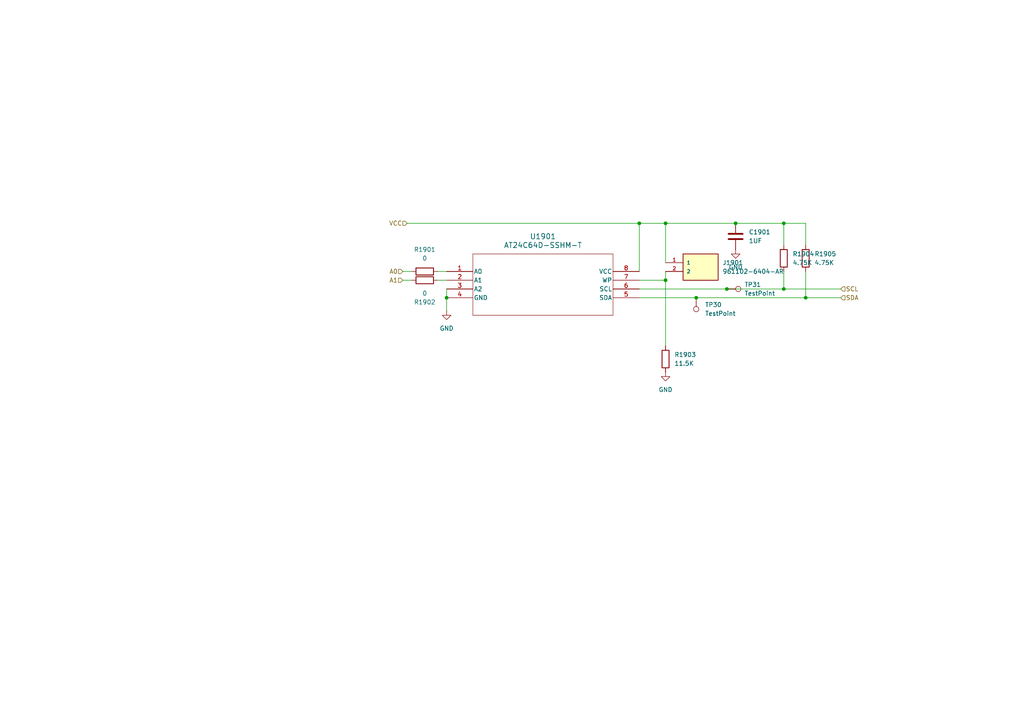
<source format=kicad_sch>
(kicad_sch (version 20231120) (generator "eeschema") (generator_version "8.0")
  (paper "A4")
  (lib_symbols
    (symbol "001_symbol:961102-6404-AR" (pin_names (offset 1.016))
      (property "Reference" "J" (at -2.54 5.842 0))
      (property "Value" "961102-6404-AR" (at -2.54 -5.08 0))
      (symbol "961102-6404-AR_0_0"
        (rectangle (start -2.54 -2.54) (end 7.62 5.08) (stroke (width 0.254)) (fill (type background)))
        (pin passive line (at -7.62 2.54 0) (length 5.08) (name "1") (number "1"))
        (pin passive line (at -7.62 0 0) (length 5.08) (name "2") (number "2"))
      )
    )
    (symbol "001_symbol:AT24C64D-SSHM-T" (pin_names (offset 0.254))
      (property "Reference" "U" (at 27.94 10.16 0))
      (property "Value" "AT24C64D-SSHM-T" (at 27.94 7.62 0))
      (symbol "AT24C64D-SSHM-T_0_1"
        (polyline (pts (xy 7.62 -12.7) (xy 48.26 -12.7)) (stroke (width 0.127)))
        (polyline (pts (xy 7.62 5.08) (xy 7.62 -12.7)) (stroke (width 0.127)))
        (polyline (pts (xy 48.26 -12.7) (xy 48.26 5.08)) (stroke (width 0.127)))
        (polyline (pts (xy 48.26 5.08) (xy 7.62 5.08)) (stroke (width 0.127)))
        (pin input line (at 0 0 0) (length 7.62) (name "A0") (number "1"))
        (pin input line (at 0 -2.54 0) (length 7.62) (name "A1") (number "2"))
        (pin input line (at 0 -5.08 0) (length 7.62) (name "A2") (number "3"))
        (pin power_in line (at 0 -7.62 0) (length 7.62) (name "GND") (number "4"))
        (pin unspecified line (at 55.88 -7.62 180) (length 7.62) (name "SDA") (number "5"))
        (pin input line (at 55.88 -5.08 180) (length 7.62) (name "SCL") (number "6"))
        (pin unspecified line (at 55.88 -2.54 180) (length 7.62) (name "WP") (number "7"))
        (pin power_in line (at 55.88 0 180) (length 7.62) (name "VCC") (number "8"))
      )
    )
    (symbol "Connector:TestPoint" (pin_numbers hide) (pin_names (offset 0.762) hide)
      (property "Reference" "TP" (at 0 6.858 0))
      (property "Value" "TestPoint" (at 0 5.08 0))
      (symbol "TestPoint_0_1"
        (circle (center 0 3.302) (radius 0.762))
      )
      (symbol "TestPoint_1_1"
        (pin passive line (at 0 0 90) (length 2.54) (name "1") (number "1"))
      )
    )
    (symbol "Device:C" (pin_numbers hide) (pin_names (offset 0.254))
      (property "Reference" "C" (at 0.635 2.54 0))
      (property "Value" "C" (at 0.635 -2.54 0))
      (symbol "C_0_1"
        (polyline (pts (xy -2.032 -0.762) (xy 2.032 -0.762)) (stroke (width 0.508)))
        (polyline (pts (xy -2.032 0.762) (xy 2.032 0.762)) (stroke (width 0.508)))
      )
      (symbol "C_1_1"
        (pin passive line (at 0 3.81 270) (length 2.794) (name "~") (number "1"))
        (pin passive line (at 0 -3.81 90) (length 2.794) (name "~") (number "2"))
      )
    )
    (symbol "Device:R" (pin_numbers hide) (pin_names (offset 0))
      (property "Reference" "R" (at 2.032 0 90))
      (property "Value" "R" (at 0 0 90))
      (symbol "R_0_1"
        (rectangle (start -1.016 -2.54) (end 1.016 2.54) (stroke (width 0.254)))
      )
      (symbol "R_1_1"
        (pin passive line (at 0 3.81 270) (length 1.27) (name "~") (number "1"))
        (pin passive line (at 0 -3.81 90) (length 1.27) (name "~") (number "2"))
      )
    )
    (symbol "power:GND" (power) (pin_numbers hide) (pin_names (offset 0) hide)
      (property "Value" "GND" (at 0 -3.81 0))
      (symbol "GND_0_1"
        (polyline (pts (xy 0 0) (xy 0 -1.27) (xy 1.27 -1.27) (xy 0 -2.54) (xy -1.27 -1.27) (xy 0 -1.27)))
      )
      (symbol "GND_1_1"
        (pin power_in line (at 0 0 270) (length 0) (name "~") (number "1"))
      )
    )
  )
  (junction (at 227.33 64.77))
  (junction (at 233.68 86.36))
  (junction (at 185.42 64.77))
  (junction (at 193.04 81.28))
  (junction (at 201.93 86.36))
  (junction (at 129.54 86.36))
  (junction (at 193.04 64.77))
  (junction (at 213.36 64.77))
  (junction (at 210.82 83.82))
  (junction (at 227.33 83.82))
  (wire (pts (xy 227.33 64.77) (xy 233.68 64.77)))
  (wire (pts (xy 213.36 64.77) (xy 227.33 64.77)))
  (wire (pts (xy 185.42 64.77) (xy 193.04 64.77)))
  (wire (pts (xy 227.33 78.74) (xy 227.33 83.82)))
  (wire (pts (xy 233.68 78.74) (xy 233.68 86.36)))
  (wire (pts (xy 185.42 64.77) (xy 185.42 78.74)))
  (wire (pts (xy 116.84 81.28) (xy 119.38 81.28)))
  (wire (pts (xy 210.82 83.82) (xy 185.42 83.82)))
  (wire (pts (xy 233.68 86.36) (xy 201.93 86.36)))
  (wire (pts (xy 227.33 83.82) (xy 210.82 83.82)))
  (wire (pts (xy 129.54 83.82) (xy 129.54 86.36)))
  (wire (pts (xy 116.84 78.74) (xy 119.38 78.74)))
  (wire (pts (xy 127 81.28) (xy 129.54 81.28)))
  (wire (pts (xy 227.33 83.82) (xy 243.84 83.82)))
  (wire (pts (xy 129.54 86.36) (xy 129.54 90.17)))
  (wire (pts (xy 185.42 81.28) (xy 193.04 81.28)))
  (wire (pts (xy 193.04 64.77) (xy 193.04 76.2)))
  (wire (pts (xy 193.04 64.77) (xy 213.36 64.77)))
  (wire (pts (xy 227.33 64.77) (xy 227.33 71.12)))
  (wire (pts (xy 193.04 78.74) (xy 193.04 81.28)))
  (wire (pts (xy 127 78.74) (xy 129.54 78.74)))
  (wire (pts (xy 233.68 64.77) (xy 233.68 71.12)))
  (wire (pts (xy 193.04 81.28) (xy 193.04 100.33)))
  (wire (pts (xy 201.93 86.36) (xy 185.42 86.36)))
  (wire (pts (xy 118.11 64.77) (xy 185.42 64.77)))
  (wire (pts (xy 233.68 86.36) (xy 243.84 86.36)))
  (hierarchical_label "A0" (shape input) (at 116.84 78.74 180))
  (hierarchical_label "VCC" (shape input) (at 118.11 64.77 180))
  (hierarchical_label "A1" (shape input) (at 116.84 81.28 180))
  (hierarchical_label "SDA" (shape input) (at 243.84 86.36 0))
  (hierarchical_label "SCL" (shape input) (at 243.84 83.82 0))
  (symbol (lib_id "Device:R") (at 193.04 104.14 180) (unit 1)
    (property "Reference" "R1903" (at 195.58 102.8699 0) (effects (justify right)))
    (property "Value" "11.5K" (at 195.58 105.4099 0) (effects (justify right)))
    (property "Footprint" "Resistor_SMD:R_0603_1608Metric" (effects (hide yes)))
    (property "Description" "Resistor" (effects (hide yes)))
    (property "Vendor" "digikey:311-11.5KHRCT-ND" (effects (hide yes)))
  )
  (symbol (lib_id "power:GND") (at 213.36 72.39 0) (unit 1)
    (property "Reference" "#PWR01903" (effects (hide yes)))
    (property "Value" "GND" (at 213.36 77.47 0))
    (property "Description" "Power symbol creates a global label with name \"GND\" , ground" (effects (hide yes)))
  )
  (symbol (lib_id "power:GND") (at 129.54 90.17 0) (unit 1)
    (property "Reference" "#PWR01901" (effects (hide yes)))
    (property "Value" "GND" (at 129.54 95.25 0))
    (property "Description" "Power symbol creates a global label with name \"GND\" , ground" (effects (hide yes)))
  )
  (symbol (lib_id "Connector:TestPoint") (at 201.93 86.36 180) (unit 1) (in_bom no)
    (property "Reference" "TP30" (at 204.47 88.3919 0) (effects (justify right)))
    (property "Value" "TestPoint" (at 204.47 90.9319 0) (effects (justify right)))
    (property "Footprint" "001_download:TestPoint_Pad_D0.6mm" (effects (hide yes)))
    (property "Description" "test point" (effects (hide yes)))
  )
  (symbol (lib_id "Device:C") (at 213.36 68.58 0) (unit 1)
    (property "Reference" "C1901" (at 217.17 67.3099 0) (effects (justify left)))
    (property "Value" "1UF" (at 217.17 69.8499 0) (effects (justify left)))
    (property "Footprint" "Capacitor_SMD:C_0603_1608Metric" (effects (hide yes)))
    (property "Description" "Unpolarized capacitor" (effects (hide yes)))
    (property "Vendor" "digikey:490-3897-1-ND" (effects (hide yes)))
  )
  (symbol (lib_id "001_symbol:AT24C64D-SSHM-T") (at 129.54 78.74 0) (unit 1)
    (property "Reference" "U1901" (at 157.48 68.58 0) (effects (font (size 1.524 1.524))))
    (property "Value" "AT24C64D-SSHM-T" (at 157.48 71.12 0) (effects (font (size 1.524 1.524))))
    (property "Footprint" "001_download:8S1_ATM_GH" (effects (hide yes)))
    (property "Datasheet" "AT24C64D-SSHM-T" (effects (hide yes)))
    (property "Vendor" "digikey:AT24C64D-SSHM-TCT-ND" (effects (hide yes)))
  )
  (symbol (lib_id "Device:R") (at 233.68 74.93 180) (unit 1)
    (property "Reference" "R1905" (at 236.22 73.6599 0) (effects (justify right)))
    (property "Value" "4.75K" (at 236.22 76.1999 0) (effects (justify right)))
    (property "Footprint" "Resistor_SMD:R_0603_1608Metric" (effects (hide yes)))
    (property "Description" "Resistor" (effects (hide yes)))
    (property "Vendor" "digikey:311-4.75KHRCT-ND" (effects (hide yes)))
  )
  (symbol (lib_id "001_symbol:961102-6404-AR") (at 200.66 78.74 0) (unit 1)
    (property "Reference" "J1901" (at 209.55 76.1999 0) (effects (justify left)))
    (property "Value" "961102-6404-AR" (at 209.55 78.7399 0) (effects (justify left)))
    (property "Footprint" "001_download:CONN_961102-6404-AR_3MM" (effects (hide yes)))
    (property "Description" "Connector Header Through Hole 2 position 0.100 (2.54mm)" (effects (hide yes)))
    (property "Vendor" "digikey:3M9447-ND" (effects (hide yes)))
  )
  (symbol (lib_id "power:GND") (at 193.04 107.95 0) (unit 1)
    (property "Reference" "#PWR01902" (effects (hide yes)))
    (property "Value" "GND" (at 193.04 113.03 0))
    (property "Description" "Power symbol creates a global label with name \"GND\" , ground" (effects (hide yes)))
  )
  (symbol (lib_id "Device:R") (at 123.19 78.74 90) (unit 1)
    (property "Reference" "R1901" (at 123.19 72.39 90))
    (property "Value" "0" (at 123.19 74.93 90))
    (property "Footprint" "Resistor_SMD:R_0603_1608Metric" (effects (hide yes)))
    (property "Description" "Resistor" (effects (hide yes)))
    (property "Vendor" "digikey:P0.0GCT-ND" (effects (hide yes)))
  )
  (symbol (lib_id "Device:R") (at 227.33 74.93 180) (unit 1)
    (property "Reference" "R1904" (at 229.87 73.6599 0) (effects (justify right)))
    (property "Value" "4.75K" (at 229.87 76.1999 0) (effects (justify right)))
    (property "Footprint" "Resistor_SMD:R_0603_1608Metric" (effects (hide yes)))
    (property "Description" "Resistor" (effects (hide yes)))
    (property "Vendor" "digikey:311-4.75KHRCT-ND" (effects (hide yes)))
  )
  (symbol (lib_id "Device:R") (at 123.19 81.28 90) (mirror x) (unit 1)
    (property "Reference" "R1902" (at 123.19 87.63 90))
    (property "Value" "0" (at 123.19 85.09 90))
    (property "Footprint" "Resistor_SMD:R_0603_1608Metric" (effects (hide yes)))
    (property "Description" "Resistor" (effects (hide yes)))
    (property "Vendor" "digikey:P0.0GCT-ND" (effects (hide yes)))
  )
  (symbol (lib_id "Connector:TestPoint") (at 210.82 83.82 270) (unit 1) (in_bom no)
    (property "Reference" "TP31" (at 215.9 82.5499 90) (effects (justify left)))
    (property "Value" "TestPoint" (at 215.9 85.0899 90) (effects (justify left)))
    (property "Footprint" "001_download:TestPoint_Pad_D0.6mm" (effects (hide yes)))
    (property "Description" "test point" (effects (hide yes)))
  )
)
</source>
